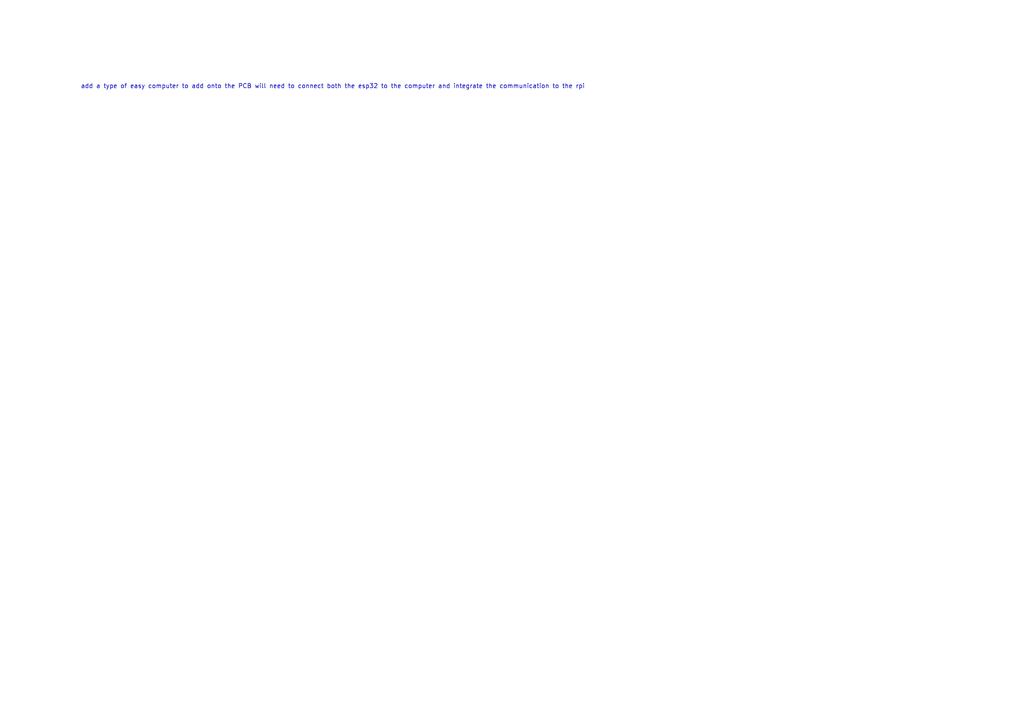
<source format=kicad_sch>
(kicad_sch
	(version 20250114)
	(generator "eeschema")
	(generator_version "9.0")
	(uuid "de8a5b94-1f76-44d6-8165-68cd177f9213")
	(paper "A4")
	(lib_symbols)
	(text "add a type of easy computer to add onto the PCB will need to connect both the esp32 to the computer and integrate the communication to the rpi \n\n"
		(exclude_from_sim no)
		(at 97.028 26.162 0)
		(effects
			(font
				(size 1.27 1.27)
			)
		)
		(uuid "5b0226fe-3683-4184-8465-23d4f26395e9")
	)
)

</source>
